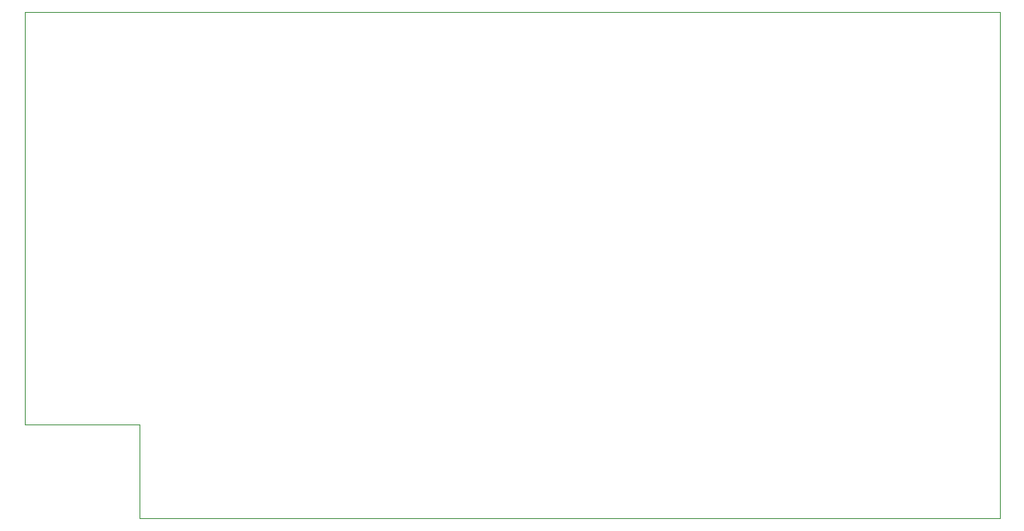
<source format=gm1>
G04 #@! TF.GenerationSoftware,KiCad,Pcbnew,(5.1.12)-1*
G04 #@! TF.CreationDate,2022-10-28T14:48:17+01:00*
G04 #@! TF.ProjectId,Apple-1 EPROM,4170706c-652d-4312-9045-50524f4d2e6b,rev?*
G04 #@! TF.SameCoordinates,Original*
G04 #@! TF.FileFunction,Profile,NP*
%FSLAX46Y46*%
G04 Gerber Fmt 4.6, Leading zero omitted, Abs format (unit mm)*
G04 Created by KiCad (PCBNEW (5.1.12)-1) date 2022-10-28 14:48:17*
%MOMM*%
%LPD*%
G01*
G04 APERTURE LIST*
G04 #@! TA.AperFunction,Profile*
%ADD10C,0.050000*%
G04 #@! TD*
G04 APERTURE END LIST*
D10*
X125776200Y-138707460D02*
X125776200Y-148607460D01*
X125776200Y-138707460D02*
X113686200Y-138707460D01*
X216646200Y-95147460D02*
X216646200Y-148607460D01*
X113686200Y-95147460D02*
X216646200Y-95147460D01*
X113686200Y-138707460D02*
X113686200Y-95147460D01*
X216646200Y-148607460D02*
X125776200Y-148607460D01*
M02*

</source>
